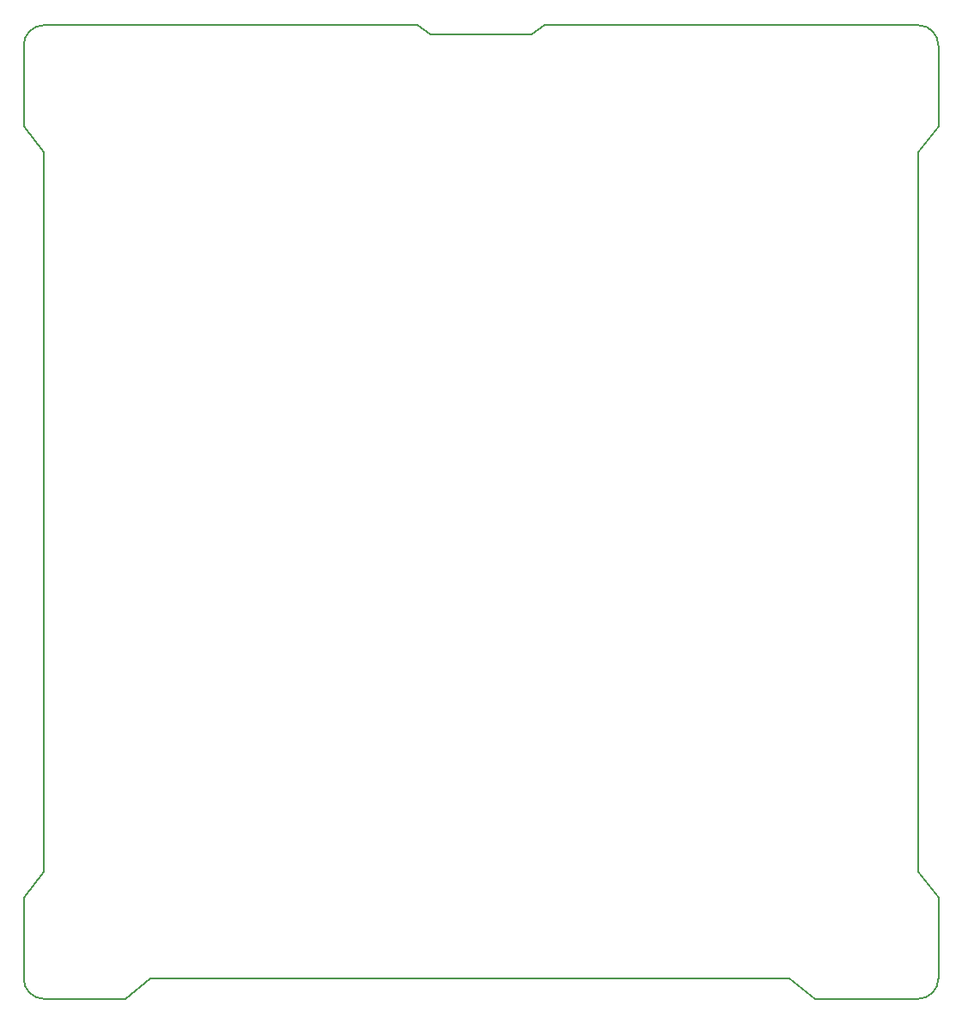
<source format=gbr>
%TF.GenerationSoftware,KiCad,Pcbnew,8.0.4*%
%TF.CreationDate,2024-08-06T11:45:18-05:00*%
%TF.ProjectId,sqrt_of_g_temp,73717274-5f6f-4665-9f67-5f74656d702e,1.0.1*%
%TF.SameCoordinates,Original*%
%TF.FileFunction,Profile,NP*%
%FSLAX46Y46*%
G04 Gerber Fmt 4.6, Leading zero omitted, Abs format (unit mm)*
G04 Created by KiCad (PCBNEW 8.0.4) date 2024-08-06 11:45:18*
%MOMM*%
%LPD*%
G01*
G04 APERTURE LIST*
%TA.AperFunction,Profile*%
%ADD10C,0.150000*%
%TD*%
G04 APERTURE END LIST*
D10*
X153230000Y-54908000D02*
X143230000Y-54908000D01*
X103145000Y-139898000D02*
X103145000Y-147898000D01*
X105145000Y-137398000D02*
X103145000Y-139898000D01*
X105145000Y-66508000D02*
X103145000Y-64008000D01*
X154500000Y-54008000D02*
X153230000Y-54908000D01*
X191315000Y-66508000D02*
X193315000Y-64008000D01*
X105145000Y-137398000D02*
X105145000Y-66508000D01*
X103145000Y-56008000D02*
G75*
G02*
X105145000Y-54008000I2000000J0D01*
G01*
X143230000Y-54908000D02*
X141950003Y-54008000D01*
X193315000Y-64008000D02*
X193315000Y-56008000D01*
X141950003Y-54008000D02*
X105145000Y-54008000D01*
X193315000Y-147898000D02*
X193315000Y-139898000D01*
X103145000Y-56008000D02*
X103145000Y-64008000D01*
X178645000Y-147898000D02*
X181145000Y-149898000D01*
X191315000Y-54008000D02*
G75*
G02*
X193315000Y-56008000I0J-2000000D01*
G01*
X105145000Y-149898000D02*
X113145000Y-149898000D01*
X191315000Y-137398000D02*
X193315000Y-139898000D01*
X178645000Y-147898000D02*
X115645000Y-147898000D01*
X191315000Y-54008000D02*
X154500000Y-54008000D01*
X105145000Y-149898000D02*
G75*
G02*
X103145000Y-147898000I0J2000000D01*
G01*
X115645000Y-147898000D02*
X113145000Y-149898000D01*
X181145000Y-149898000D02*
X191315000Y-149898000D01*
X191315000Y-66508000D02*
X191315000Y-137398000D01*
X193315000Y-147898000D02*
G75*
G02*
X191315000Y-149898000I-2000000J0D01*
G01*
M02*

</source>
